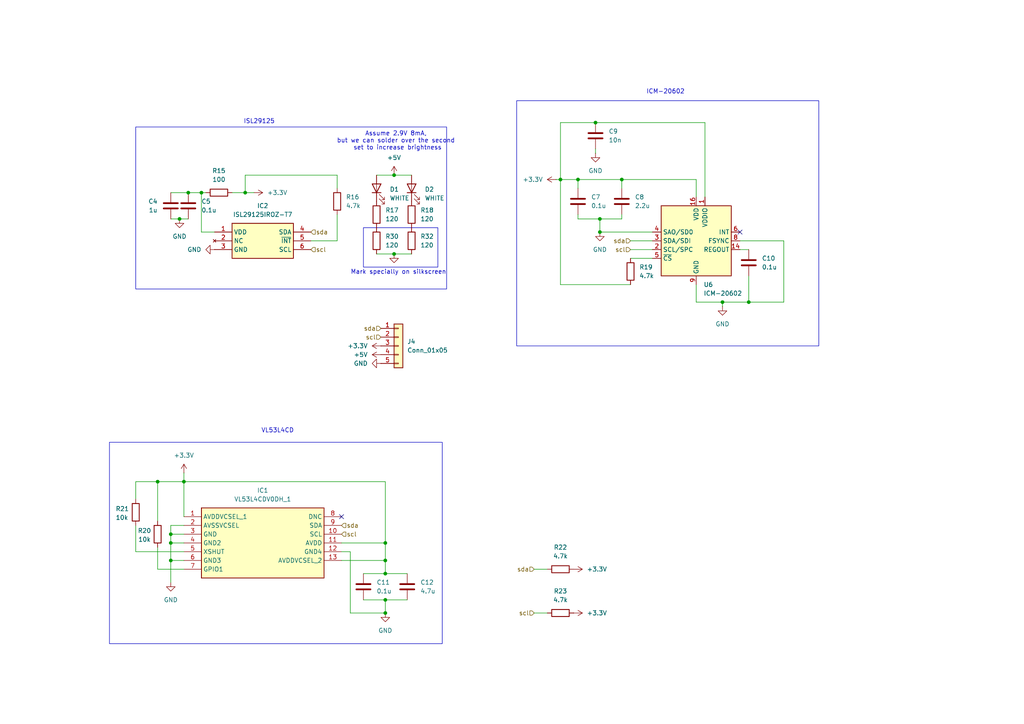
<source format=kicad_sch>
(kicad_sch (version 20250114) (generator "eeschema") (generator_version "9.0")
  (paper "A4")
  (lib_symbols
    (symbol "Connector_Generic:Conn_01x05" (pin_names (offset 1.016) (hide yes))
      (property "Reference" "J" (at 0 7.62 0))
      (property "Value" "Conn_01x05" (at 0 -7.62 0))
      (symbol "Conn_01x05_1_1"
        (rectangle (start -1.27 6.35) (end 1.27 -6.35) (stroke (width 0.254)) (fill (type background)))
        (rectangle (start -1.27 5.207) (end 0 4.953) (stroke (width 0.1524)))
        (rectangle (start -1.27 2.667) (end 0 2.413) (stroke (width 0.1524)))
        (rectangle (start -1.27 0.127) (end 0 -0.127) (stroke (width 0.1524)))
        (rectangle (start -1.27 -2.413) (end 0 -2.667) (stroke (width 0.1524)))
        (rectangle (start -1.27 -4.953) (end 0 -5.207) (stroke (width 0.1524)))
        (pin passive line (at -5.08 5.08 0) (length 3.81) (name "Pin_1") (number "1"))
        (pin passive line (at -5.08 2.54 0) (length 3.81) (name "Pin_2") (number "2"))
        (pin passive line (at -5.08 0 0) (length 3.81) (name "Pin_3") (number "3"))
        (pin passive line (at -5.08 -2.54 0) (length 3.81) (name "Pin_4") (number "4"))
        (pin passive line (at -5.08 -5.08 0) (length 3.81) (name "Pin_5") (number "5"))
      )
    )
    (symbol "Device:C" (pin_numbers (hide yes)) (pin_names (offset 0.254))
      (property "Reference" "C" (at 0.635 2.54 0))
      (property "Value" "C" (at 0.635 -2.54 0))
      (symbol "C_0_1"
        (polyline (pts (xy -2.032 0.762) (xy 2.032 0.762)) (stroke (width 0.508)))
        (polyline (pts (xy -2.032 -0.762) (xy 2.032 -0.762)) (stroke (width 0.508)))
      )
      (symbol "C_1_1"
        (pin passive line (at 0 3.81 270) (length 2.794) (name "~") (number "1"))
        (pin passive line (at 0 -3.81 90) (length 2.794) (name "~") (number "2"))
      )
    )
    (symbol "Device:LED" (pin_numbers (hide yes)) (pin_names (offset 1.016) (hide yes))
      (property "Reference" "D" (at 0 2.54 0))
      (property "Value" "LED" (at 0 -2.54 0))
      (symbol "LED_0_1"
        (polyline (pts (xy -3.048 -0.762) (xy -4.572 -2.286) (xy -3.81 -2.286) (xy -4.572 -2.286) (xy -4.572 -1.524)))
        (polyline (pts (xy -1.778 -0.762) (xy -3.302 -2.286) (xy -2.54 -2.286) (xy -3.302 -2.286) (xy -3.302 -1.524)))
        (polyline (pts (xy -1.27 0) (xy 1.27 0)))
        (polyline (pts (xy -1.27 -1.27) (xy -1.27 1.27)) (stroke (width 0.254)))
        (polyline (pts (xy 1.27 -1.27) (xy 1.27 1.27) (xy -1.27 0) (xy 1.27 -1.27)) (stroke (width 0.254)))
      )
      (symbol "LED_1_1"
        (pin passive line (at -3.81 0 0) (length 2.54) (name "K") (number "1"))
        (pin passive line (at 3.81 0 180) (length 2.54) (name "A") (number "2"))
      )
    )
    (symbol "Device:R" (pin_numbers (hide yes)) (pin_names (offset 0))
      (property "Reference" "R" (at 2.032 0 90))
      (property "Value" "R" (at 0 0 90))
      (symbol "R_0_1"
        (rectangle (start -1.016 -2.54) (end 1.016 2.54) (stroke (width 0.254)))
      )
      (symbol "R_1_1"
        (pin passive line (at 0 3.81 270) (length 1.27) (name "~") (number "1"))
        (pin passive line (at 0 -3.81 90) (length 1.27) (name "~") (number "2"))
      )
    )
    (symbol "ISL29125:ISL29125IROZ-T7"
      (property "Reference" "IC" (at 24.13 7.62 0))
      (property "Value" "ISL29125IROZ-T7" (at 24.13 5.08 0))
      (symbol "ISL29125IROZ-T7_1_1"
        (rectangle (start 5.08 2.54) (end 22.86 -7.62) (stroke (width 0.254)) (fill (type background)))
        (pin passive line (at 0 0 0) (length 5.08) (name "VDD") (number "1"))
        (pin no_connect line (at 0 -2.54 0) (length 5.08) (name "NC") (number "2"))
        (pin passive line (at 0 -5.08 0) (length 5.08) (name "GND") (number "3"))
        (pin passive line (at 27.94 0 180) (length 5.08) (name "SDA") (number "4"))
        (pin passive line (at 27.94 -2.54 180) (length 5.08) (name "~{INT}") (number "5"))
        (pin passive line (at 27.94 -5.08 180) (length 5.08) (name "SCL") (number "6"))
      )
    )
    (symbol "Sensor_Motion:ICM-20602"
      (property "Reference" "U" (at -10.16 11.43 0))
      (property "Value" "ICM-20602" (at 10.16 11.43 0))
      (symbol "ICM-20602_0_1"
        (rectangle (start -10.16 10.16) (end 10.16 -10.16) (stroke (width 0.254)) (fill (type background)))
      )
      (symbol "ICM-20602_1_1"
        (pin bidirectional line (at -12.7 2.54 0) (length 2.54) (name "SAO/SD0") (number "4"))
        (pin bidirectional line (at -12.7 0 0) (length 2.54) (name "SDA/SDI") (number "3"))
        (pin input line (at -12.7 -2.54 0) (length 2.54) (name "SCL/SPC") (number "2"))
        (pin input line (at -12.7 -5.08 0) (length 2.54) (name "~{CS}") (number "5"))
        (pin no_connect line (at -10.16 5.08 0) (length 2.54) (hide yes) (name "RESV") (number "7"))
        (pin power_in line (at 0 12.7 270) (length 2.54) (name "VDD") (number "16"))
        (pin passive line (at 0 -12.7 90) (length 2.54) (hide yes) (name "GND") (number "10"))
        (pin passive line (at 0 -12.7 90) (length 2.54) (hide yes) (name "GND") (number "11"))
        (pin passive line (at 0 -12.7 90) (length 2.54) (hide yes) (name "GND") (number "12"))
        (pin passive line (at 0 -12.7 90) (length 2.54) (hide yes) (name "GND") (number "13"))
        (pin passive line (at 0 -12.7 90) (length 2.54) (hide yes) (name "GND") (number "15"))
        (pin power_in line (at 0 -12.7 90) (length 2.54) (name "GND") (number "9"))
        (pin power_in line (at 2.54 12.7 270) (length 2.54) (name "VDDIO") (number "1"))
        (pin output line (at 12.7 2.54 180) (length 2.54) (name "INT") (number "6"))
        (pin input line (at 12.7 0 180) (length 2.54) (name "FSYNC") (number "8"))
        (pin passive line (at 12.7 -2.54 180) (length 2.54) (name "REGOUT") (number "14"))
      )
    )
    (symbol "VL53L4CDV0DH_1:VL53L4CDV0DH_1"
      (property "Reference" "IC" (at 41.91 7.62 0))
      (property "Value" "VL53L4CDV0DH_1" (at 41.91 5.08 0))
      (symbol "VL53L4CDV0DH_1_1_1"
        (rectangle (start 5.08 2.54) (end 40.64 -17.78) (stroke (width 0.254)) (fill (type background)))
        (pin passive line (at 0 0 0) (length 5.08) (name "AVDDVCSEL_1") (number "1"))
        (pin passive line (at 0 -2.54 0) (length 5.08) (name "AVSSVCSEL") (number "2"))
        (pin passive line (at 0 -5.08 0) (length 5.08) (name "GND") (number "3"))
        (pin passive line (at 0 -7.62 0) (length 5.08) (name "GND2") (number "4"))
        (pin passive line (at 0 -10.16 0) (length 5.08) (name "XSHUT") (number "5"))
        (pin passive line (at 0 -12.7 0) (length 5.08) (name "GND3") (number "6"))
        (pin passive line (at 0 -15.24 0) (length 5.08) (name "GPIO1") (number "7"))
        (pin passive line (at 45.72 0 180) (length 5.08) (name "DNC") (number "8"))
        (pin passive line (at 45.72 -2.54 180) (length 5.08) (name "SDA") (number "9"))
        (pin passive line (at 45.72 -5.08 180) (length 5.08) (name "SCL") (number "10"))
        (pin passive line (at 45.72 -7.62 180) (length 5.08) (name "AVDD") (number "11"))
        (pin passive line (at 45.72 -10.16 180) (length 5.08) (name "GND4") (number "12"))
        (pin passive line (at 45.72 -12.7 180) (length 5.08) (name "AVDDVCSEL_2") (number "13"))
      )
    )
    (symbol "power:+3.3V" (power) (pin_numbers (hide yes)) (pin_names (offset 0) (hide yes))
      (property "Value" "+3.3V" (at 0 3.556 0))
      (symbol "+3.3V_0_1"
        (polyline (pts (xy -0.762 1.27) (xy 0 2.54)))
        (polyline (pts (xy 0 2.54) (xy 0.762 1.27)))
        (polyline (pts (xy 0 0) (xy 0 2.54)))
      )
      (symbol "+3.3V_1_1"
        (pin power_in line (at 0 0 90) (length 0) (name "~") (number "1"))
      )
    )
    (symbol "power:+3V3" (power) (pin_numbers (hide yes)) (pin_names (offset 0) (hide yes))
      (property "Value" "+3V3" (at 0 3.556 0))
      (symbol "+3V3_0_1"
        (polyline (pts (xy -0.762 1.27) (xy 0 2.54)))
        (polyline (pts (xy 0 2.54) (xy 0.762 1.27)))
        (polyline (pts (xy 0 0) (xy 0 2.54)))
      )
      (symbol "+3V3_1_1"
        (pin power_in line (at 0 0 90) (length 0) (name "~") (number "1"))
      )
    )
    (symbol "power:+5V" (power) (pin_numbers (hide yes)) (pin_names (offset 0) (hide yes))
      (property "Value" "+5V" (at 0 3.556 0))
      (symbol "+5V_0_1"
        (polyline (pts (xy -0.762 1.27) (xy 0 2.54)))
        (polyline (pts (xy 0 2.54) (xy 0.762 1.27)))
        (polyline (pts (xy 0 0) (xy 0 2.54)))
      )
      (symbol "+5V_1_1"
        (pin power_in line (at 0 0 90) (length 0) (name "~") (number "1"))
      )
    )
    (symbol "power:GND" (power) (pin_numbers (hide yes)) (pin_names (offset 0) (hide yes))
      (property "Value" "GND" (at 0 -3.81 0))
      (symbol "GND_0_1"
        (polyline (pts (xy 0 0) (xy 0 -1.27) (xy 1.27 -1.27) (xy 0 -2.54) (xy -1.27 -1.27) (xy 0 -1.27)))
      )
      (symbol "GND_1_1"
        (pin power_in line (at 0 0 270) (length 0) (name "~") (number "1"))
      )
    )
  )
  (rectangle (start 31.75 128.27) (end 128.27 186.69))
  (rectangle (start 149.86 29.21) (end 237.49 100.33))
  (rectangle (start 105.41 66.04) (end 127 77.47))
  (rectangle (start 39.37 36.83) (end 129.54 83.82))
  (text "Mark specially on silkscreen" (at 115.57 78.994 0) (effects (font (size 1.27 1.27))))
  (text "ISL29125\n" (at 75.184 35.306 0) (effects (font (size 1.27 1.27))))
  (text "Assume 2.9V 8mA, \nbut we can solder over the second \nset to increase brightness" (at 115.316 40.894 0) (effects (font (size 1.27 1.27))))
  (text "ICM-20602\n" (at 193.04 26.67 0) (effects (font (size 1.27 1.27))))
  (text "VL53L4CD\n" (at 80.518 124.968 0) (effects (font (size 1.27 1.27))))
  (junction (at 162.56 52.07))
  (junction (at 111.76 157.48))
  (junction (at 49.53 162.56))
  (junction (at 49.53 154.94))
  (junction (at 71.12 55.88))
  (junction (at 173.99 67.31))
  (junction (at 54.61 55.88))
  (junction (at 111.76 162.56))
  (junction (at 173.99 63.5))
  (junction (at 58.42 55.88))
  (junction (at 53.34 139.7))
  (junction (at 111.76 173.99))
  (junction (at 114.3 50.8))
  (junction (at 111.76 166.37))
  (junction (at 114.3 73.66))
  (junction (at 49.53 157.48))
  (junction (at 111.76 177.8))
  (junction (at 172.72 35.56))
  (junction (at 180.34 52.07))
  (junction (at 209.55 87.63))
  (junction (at 167.64 52.07))
  (junction (at 217.17 87.63))
  (junction (at 52.07 63.5))
  (junction (at 45.72 139.7))
  (no_connect (at 214.63 67.31))
  (no_connect (at 99.06 149.86))
  (wire (pts (xy 111.76 139.7) (xy 111.76 157.48)))
  (wire (pts (xy 180.34 52.07) (xy 201.93 52.07)))
  (wire (pts (xy 173.99 67.31) (xy 189.23 67.31)))
  (wire (pts (xy 54.61 55.88) (xy 58.42 55.88)))
  (wire (pts (xy 45.72 139.7) (xy 53.34 139.7)))
  (wire (pts (xy 105.41 166.37) (xy 111.76 166.37)))
  (wire (pts (xy 53.34 139.7) (xy 53.34 149.86)))
  (wire (pts (xy 162.56 35.56) (xy 172.72 35.56)))
  (wire (pts (xy 114.3 50.8) (xy 119.38 50.8)))
  (wire (pts (xy 182.88 82.55) (xy 162.56 82.55)))
  (wire (pts (xy 71.12 55.88) (xy 73.66 55.88)))
  (wire (pts (xy 53.34 152.4) (xy 49.53 152.4)))
  (wire (pts (xy 114.3 73.66) (xy 119.38 73.66)))
  (wire (pts (xy 173.99 63.5) (xy 173.99 67.31)))
  (wire (pts (xy 209.55 87.63) (xy 217.17 87.63)))
  (wire (pts (xy 204.47 35.56) (xy 172.72 35.56)))
  (wire (pts (xy 217.17 87.63) (xy 217.17 80.01)))
  (wire (pts (xy 39.37 139.7) (xy 45.72 139.7)))
  (wire (pts (xy 62.23 67.31) (xy 58.42 67.31)))
  (wire (pts (xy 49.53 152.4) (xy 49.53 154.94)))
  (wire (pts (xy 53.34 165.1) (xy 45.72 165.1)))
  (wire (pts (xy 45.72 139.7) (xy 45.72 151.13)))
  (wire (pts (xy 53.34 139.7) (xy 111.76 139.7)))
  (wire (pts (xy 204.47 57.15) (xy 204.47 35.56)))
  (wire (pts (xy 49.53 157.48) (xy 49.53 162.56)))
  (wire (pts (xy 45.72 165.1) (xy 45.72 158.75)))
  (wire (pts (xy 97.79 50.8) (xy 97.79 54.61)))
  (wire (pts (xy 162.56 52.07) (xy 162.56 35.56)))
  (wire (pts (xy 101.6 160.02) (xy 101.6 177.8)))
  (wire (pts (xy 161.29 52.07) (xy 162.56 52.07)))
  (wire (pts (xy 49.53 157.48) (xy 53.34 157.48)))
  (wire (pts (xy 182.88 74.93) (xy 189.23 74.93)))
  (wire (pts (xy 154.94 177.8) (xy 158.75 177.8)))
  (wire (pts (xy 167.64 63.5) (xy 167.64 62.23)))
  (wire (pts (xy 97.79 50.8) (xy 71.12 50.8)))
  (wire (pts (xy 180.34 63.5) (xy 180.34 62.23)))
  (wire (pts (xy 201.93 82.55) (xy 201.93 87.63)))
  (wire (pts (xy 111.76 173.99) (xy 118.11 173.99)))
  (wire (pts (xy 172.72 44.45) (xy 172.72 43.18)))
  (wire (pts (xy 167.64 63.5) (xy 173.99 63.5)))
  (wire (pts (xy 52.07 63.5) (xy 54.61 63.5)))
  (wire (pts (xy 58.42 55.88) (xy 59.69 55.88)))
  (wire (pts (xy 49.53 162.56) (xy 53.34 162.56)))
  (wire (pts (xy 111.76 177.8) (xy 111.76 173.99)))
  (wire (pts (xy 227.33 69.85) (xy 227.33 87.63)))
  (wire (pts (xy 162.56 52.07) (xy 167.64 52.07)))
  (wire (pts (xy 162.56 82.55) (xy 162.56 52.07)))
  (wire (pts (xy 111.76 166.37) (xy 111.76 162.56)))
  (wire (pts (xy 101.6 177.8) (xy 111.76 177.8)))
  (wire (pts (xy 173.99 63.5) (xy 180.34 63.5)))
  (wire (pts (xy 109.22 50.8) (xy 114.3 50.8)))
  (wire (pts (xy 201.93 52.07) (xy 201.93 57.15)))
  (wire (pts (xy 90.17 69.85) (xy 97.79 69.85)))
  (wire (pts (xy 214.63 69.85) (xy 227.33 69.85)))
  (wire (pts (xy 201.93 87.63) (xy 209.55 87.63)))
  (wire (pts (xy 105.41 173.99) (xy 111.76 173.99)))
  (wire (pts (xy 71.12 50.8) (xy 71.12 55.88)))
  (wire (pts (xy 97.79 62.23) (xy 97.79 69.85)))
  (wire (pts (xy 167.64 52.07) (xy 180.34 52.07)))
  (wire (pts (xy 209.55 87.63) (xy 209.55 88.9)))
  (wire (pts (xy 53.34 137.16) (xy 53.34 139.7)))
  (wire (pts (xy 99.06 157.48) (xy 111.76 157.48)))
  (wire (pts (xy 99.06 160.02) (xy 101.6 160.02)))
  (wire (pts (xy 111.76 157.48) (xy 111.76 162.56)))
  (wire (pts (xy 39.37 144.78) (xy 39.37 139.7)))
  (wire (pts (xy 99.06 162.56) (xy 111.76 162.56)))
  (wire (pts (xy 49.53 154.94) (xy 53.34 154.94)))
  (wire (pts (xy 49.53 154.94) (xy 49.53 157.48)))
  (wire (pts (xy 49.53 162.56) (xy 49.53 168.91)))
  (wire (pts (xy 67.31 55.88) (xy 71.12 55.88)))
  (wire (pts (xy 227.33 87.63) (xy 217.17 87.63)))
  (wire (pts (xy 180.34 54.61) (xy 180.34 52.07)))
  (wire (pts (xy 109.22 73.66) (xy 114.3 73.66)))
  (wire (pts (xy 58.42 55.88) (xy 58.42 67.31)))
  (wire (pts (xy 49.53 55.88) (xy 54.61 55.88)))
  (wire (pts (xy 39.37 152.4) (xy 39.37 160.02)))
  (wire (pts (xy 111.76 166.37) (xy 118.11 166.37)))
  (wire (pts (xy 39.37 160.02) (xy 53.34 160.02)))
  (wire (pts (xy 182.88 69.85) (xy 189.23 69.85)))
  (wire (pts (xy 154.94 165.1) (xy 158.75 165.1)))
  (wire (pts (xy 167.64 54.61) (xy 167.64 52.07)))
  (wire (pts (xy 214.63 72.39) (xy 217.17 72.39)))
  (wire (pts (xy 49.53 63.5) (xy 52.07 63.5)))
  (wire (pts (xy 182.88 72.39) (xy 189.23 72.39)))
  (hierarchical_label "sda" (shape input) (at 182.88 69.85 180))
  (hierarchical_label "sda" (shape input) (at 90.17 67.31 0))
  (hierarchical_label "scl" (shape input) (at 90.17 72.39 0))
  (hierarchical_label "sda" (shape input) (at 99.06 152.4 0))
  (hierarchical_label "scl" (shape input) (at 99.06 154.94 0))
  (hierarchical_label "scl" (shape input) (at 110.49 97.79 180))
  (hierarchical_label "sda" (shape input) (at 110.49 95.25 180))
  (hierarchical_label "scl" (shape input) (at 154.94 177.8 180))
  (hierarchical_label "sda" (shape input) (at 154.94 165.1 180))
  (hierarchical_label "scl" (shape input) (at 182.88 72.39 180))
  (symbol (lib_id "Device:R") (at 119.38 69.85 0) (unit 1)
    (property "Reference" "R32" (at 121.92 68.5799 0) (effects (justify left)))
    (property "Value" "120" (at 121.92 71.1199 0) (effects (justify left)))
    (property "Footprint" "Resistor_SMD:R_0402_1005Metric" (effects (hide yes)))
    (property "Description" "Resistor" (effects (hide yes)))
    (property "Manufacturer_Name" "UNI-ROYAL(Uniroyal Elec)" (effects (hide yes)))
    (property "Manufacturer_Part_Number" "0402WGF1200TCE" (effects (hide yes)))
    (property "Supplier Name" "JLCPCB" (effects (hide yes)))
    (property "JLCPCB Part" "0402WGF1200TCE" (effects (hide yes)))
  )
  (symbol (lib_id "power:+5V") (at 114.3 50.8 0) (unit 1)
    (property "Reference" "#PWR018" (effects (hide yes)))
    (property "Value" "+5V" (at 114.3 45.72 0))
    (property "Description" "Power symbol creates a global label with name \"+5V\"" (effects (hide yes)))
  )
  (symbol (lib_id "power:GND") (at 172.72 44.45 0) (unit 1)
    (property "Reference" "#PWR026" (effects (hide yes)))
    (property "Value" "GND" (at 172.72 49.53 0))
    (property "Description" "Power symbol creates a global label with name \"GND\" , ground" (effects (hide yes)))
  )
  (symbol (lib_id "Device:C") (at 49.53 59.69 0) (mirror y) (unit 1)
    (property "Reference" "C4" (at 45.72 58.4199 0) (effects (justify left)))
    (property "Value" "1u" (at 45.72 60.9599 0) (effects (justify left)))
    (property "Footprint" "Capacitor_SMD:C_0603_1608Metric_Pad1.08x0.95mm_HandSolder" (effects (hide yes)))
    (property "Description" "Unpolarized capacitor" (effects (hide yes)))
    (property "Supplier Name" "JLCPCB" (effects (hide yes)))
    (property "Supplier Part Number" "C15849" (effects (hide yes)))
    (property "JLCPCB Part" "C15849" (effects (hide yes)))
  )
  (symbol (lib_id "power:+3V3") (at 53.34 137.16 0) (unit 1)
    (property "Reference" "#PWR029" (effects (hide yes)))
    (property "Value" "+3.3V" (at 53.34 132.08 0))
    (property "Description" "Power symbol creates a global label with name \"+3V3\"" (effects (hide yes)))
  )
  (symbol (lib_id "Device:R") (at 162.56 177.8 270) (unit 1)
    (property "Reference" "R23" (at 162.56 171.45 90))
    (property "Value" "4.7k" (at 162.56 173.99 90))
    (property "Footprint" "Resistor_SMD:R_0402_1005Metric_Pad0.72x0.64mm_HandSolder" (effects (hide yes)))
    (property "Description" "Resistor" (effects (hide yes)))
    (property "Supplier Name" "JLCPCB" (effects (hide yes)))
    (property "Manufacturer_Name" "UNI-ROYAL(Uniroyal Elec)" (effects (hide yes)))
    (property "Manufacturer_Part_Number" "0402WGF4701TCE" (effects (hide yes)))
    (property "JLCPCB Part" "0402WGF4701TCE" (effects (hide yes)))
  )
  (symbol (lib_id "power:GND") (at 173.99 67.31 0) (unit 1)
    (property "Reference" "#PWR025" (effects (hide yes)))
    (property "Value" "GND" (at 173.99 72.39 0))
    (property "Description" "Power symbol creates a global label with name \"GND\" , ground" (effects (hide yes)))
  )
  (symbol (lib_id "power:GND") (at 49.53 168.91 0) (unit 1)
    (property "Reference" "#PWR047" (effects (hide yes)))
    (property "Value" "GND" (at 49.53 173.99 0))
    (property "Description" "Power symbol creates a global label with name \"GND\" , ground" (effects (hide yes)))
  )
  (symbol (lib_id "Device:R") (at 97.79 58.42 0) (unit 1)
    (property "Reference" "R16" (at 100.33 57.1499 0) (effects (justify left)))
    (property "Value" "4.7k" (at 100.33 59.6899 0) (effects (justify left)))
    (property "Footprint" "Resistor_SMD:R_0402_1005Metric_Pad0.72x0.64mm_HandSolder" (effects (hide yes)))
    (property "Description" "Resistor" (effects (hide yes)))
    (property "Supplier Name" "JLCPCB" (effects (hide yes)))
    (property "Manufacturer_Name" "UNI-ROYAL(Uniroyal Elec)" (effects (hide yes)))
    (property "Manufacturer_Part_Number" "0402WGF4701TCE" (effects (hide yes)))
    (property "JLCPCB Part" "0402WGF4701TCE" (effects (hide yes)))
  )
  (symbol (lib_id "Device:R") (at 162.56 165.1 270) (unit 1)
    (property "Reference" "R22" (at 162.56 158.75 90))
    (property "Value" "4.7k" (at 162.56 161.29 90))
    (property "Footprint" "Resistor_SMD:R_0402_1005Metric_Pad0.72x0.64mm_HandSolder" (effects (hide yes)))
    (property "Description" "Resistor" (effects (hide yes)))
    (property "Supplier Name" "JLCPCB" (effects (hide yes)))
    (property "Manufacturer_Name" "UNI-ROYAL(Uniroyal Elec)" (effects (hide yes)))
    (property "Manufacturer_Part_Number" "0402WGF4701TCE" (effects (hide yes)))
    (property "JLCPCB Part" "0402WGF4701TCE" (effects (hide yes)))
  )
  (symbol (lib_id "Device:C") (at 54.61 59.69 0) (unit 1)
    (property "Reference" "C5" (at 58.42 58.4199 0) (effects (justify left)))
    (property "Value" "0.1u" (at 58.42 60.9599 0) (effects (justify left)))
    (property "Footprint" "Capacitor_SMD:C_0402_1005Metric_Pad0.74x0.62mm_HandSolder" (effects (hide yes)))
    (property "Description" "Unpolarized capacitor" (effects (hide yes)))
    (property "Supplier Name" "JLCPCB" (effects (hide yes)))
    (property "Supplier Part Number" "C307331" (effects (hide yes)))
    (property "JLCPCB Part" "C307331" (effects (hide yes)))
  )
  (symbol (lib_id "power:+3.3V") (at 166.37 177.8 270) (unit 1)
    (property "Reference" "#PWR031" (effects (hide yes)))
    (property "Value" "+3.3V" (at 170.18 177.7999 90) (effects (justify left)))
    (property "Description" "Power symbol creates a global label with name \"+3.3V\"" (effects (hide yes)))
  )
  (symbol (lib_id "Device:R") (at 45.72 154.94 180) (unit 1)
    (property "Reference" "R20" (at 41.91 153.924 0))
    (property "Value" "10k" (at 41.91 156.464 0))
    (property "Footprint" "Resistor_SMD:R_0402_1005Metric_Pad0.72x0.64mm_HandSolder" (effects (hide yes)))
    (property "Description" "Resistor" (effects (hide yes)))
    (property "Supplier Name" "JLCPCB" (effects (hide yes)))
    (property "Manufacturer_Name" "UNI-ROYAL(Uniroyal Elec)" (effects (hide yes)))
    (property "Manufacturer_Part_Number" "0402WGF1002TCE" (effects (hide yes)))
    (property "JLCPCB Part" "0402WGF1002TCE" (effects (hide yes)))
  )
  (symbol (lib_id "power:+3V3") (at 110.49 100.33 90) (unit 1)
    (property "Reference" "#PWR022" (effects (hide yes)))
    (property "Value" "+3.3V" (at 106.68 100.3299 90) (effects (justify left)))
    (property "Description" "Power symbol creates a global label with name \"+3V3\"" (effects (hide yes)))
  )
  (symbol (lib_id "Device:C") (at 172.72 39.37 0) (unit 1)
    (property "Reference" "C9" (at 176.53 38.0999 0) (effects (justify left)))
    (property "Value" "10n" (at 176.53 40.6399 0) (effects (justify left)))
    (property "Footprint" "Capacitor_SMD:C_0402_1005Metric_Pad0.74x0.62mm_HandSolder" (effects (hide yes)))
    (property "Description" "Unpolarized capacitor" (effects (hide yes)))
    (property "Supplier Name" "JLCPCB" (effects (hide yes)))
    (property "Supplier Part Number" "C15195" (effects (hide yes)))
    (property "JLCPCB Part" "C15195" (effects (hide yes)))
  )
  (symbol (lib_id "Device:LED") (at 119.38 54.61 90) (unit 1)
    (property "Reference" "D2" (at 123.19 54.9274 90) (effects (justify right)))
    (property "Value" "WHITE" (at 123.19 57.4674 90) (effects (justify right)))
    (property "Footprint" "LED_SMD:LED_0805_2012Metric_Pad1.15x1.40mm_HandSolder" (effects (hide yes)))
    (property "Description" "Light emitting diode" (effects (hide yes)))
    (property "Sim.Pins" "1=K 2=A" (effects (hide yes)))
    (property "Supplier Name" "JLCPCB" (effects (hide yes)))
    (property "Supplier Part Number" "C34499" (effects (hide yes)))
    (property "Variant" "COLOR" (effects (hide yes)))
    (property "JLCPCB Part" "C34499" (effects (hide yes)))
  )
  (symbol (lib_id "power:+3.3V") (at 161.29 52.07 90) (unit 1)
    (property "Reference" "#PWR024" (effects (hide yes)))
    (property "Value" "+3.3V" (at 157.48 52.0699 90) (effects (justify left)))
    (property "Description" "Power symbol creates a global label with name \"+3.3V\"" (effects (hide yes)))
  )
  (symbol (lib_id "power:GND") (at 209.55 88.9 0) (unit 1)
    (property "Reference" "#PWR027" (effects (hide yes)))
    (property "Value" "GND" (at 209.55 93.98 0))
    (property "Description" "Power symbol creates a global label with name \"GND\" , ground" (effects (hide yes)))
  )
  (symbol (lib_id "power:GND") (at 52.07 63.5 0) (unit 1)
    (property "Reference" "#PWR017" (effects (hide yes)))
    (property "Value" "GND" (at 52.07 68.58 0))
    (property "Description" "Power symbol creates a global label with name \"GND\" , ground" (effects (hide yes)))
  )
  (symbol (lib_id "power:GND") (at 114.3 73.66 0) (unit 1)
    (property "Reference" "#PWR019" (effects (hide yes)))
    (property "Value" "GND" (effects (hide yes)))
    (property "Description" "Power symbol creates a global label with name \"GND\" , ground" (effects (hide yes)))
  )
  (symbol (lib_id "Device:R") (at 109.22 69.85 0) (unit 1)
    (property "Reference" "R30" (at 111.76 68.5799 0) (effects (justify left)))
    (property "Value" "120" (at 111.76 71.1199 0) (effects (justify left)))
    (property "Footprint" "Resistor_SMD:R_0402_1005Metric" (effects (hide yes)))
    (property "Description" "Resistor" (effects (hide yes)))
    (property "Manufacturer_Name" "UNI-ROYAL(Uniroyal Elec)" (effects (hide yes)))
    (property "Manufacturer_Part_Number" "0402WGF1200TCE" (effects (hide yes)))
    (property "Supplier Name" "JLCPCB" (effects (hide yes)))
    (property "JLCPCB Part" "0402WGF1200TCE" (effects (hide yes)))
  )
  (symbol (lib_id "ISL29125:ISL29125IROZ-T7") (at 62.23 67.31 0) (unit 1)
    (property "Reference" "IC2" (at 76.2 59.69 0))
    (property "Value" "ISL29125IROZ-T7" (at 76.2 62.23 0))
    (property "Footprint" "ISL29125:ISL29125IROZT7" (effects (hide yes)))
    (property "Datasheet" "https://www.renesas.com/en-us/www/doc/datasheet/isl29125.pdf" (effects (hide yes)))
    (property "Description" "The ISL29125 is a low power, high sensitivity, RED, GREEN and BLUE color light sensor (RGB) with an I2C (SMBus compatible) interface. Its state-of-the-art photodiode array provides an accurate RGB spectral response and excellent light source to light source variation (LS2LS). The ISL29125 is designed to reject IR in light sources allowing the device to operate in environments from sunlight to dark rooms. The integrating ADC rejects 50Hz and 60Hz flicker caused by artificial light sources. A selectable range" (effects (hide yes)))
    (property "Height" "0.75" (effects (hide yes)))
    (property "Manufacturer_Name" "Renesas Electronics" (effects (hide yes)))
    (property "Manufacturer_Part_Number" "ISL29125IROZ-T7" (effects (hide yes)))
    (property "Mouser Part Number" "968-ISL29125IROZ-T7" (effects (hide yes)))
    (property "Mouser Price/Stock" "https://www.mouser.co.uk/ProductDetail/Renesas-Intersil/ISL29125IROZ-T7/?qs=8EBwJ8mibj2u1svZyuG5jQ%3D%3D" (effects (hide yes)))
    (property "Arrow Part Number" "ISL29125IROZ-T7" (effects (hide yes)))
    (property "Arrow Price/Stock" "https://www.arrow.com/en/products/isl29125iroz-t7/intersil" (effects (hide yes)))
    (property "Supplier Name" "JLCPCB" (effects (hide yes)))
    (property "Supplier Part Number" "C2654928" (effects (hide yes)))
    (property "Variant" "COLOR" (effects (hide yes)))
    (property "JLCPCB Part" "C2654928" (effects (hide yes)))
  )
  (symbol (lib_id "Device:C") (at 118.11 170.18 0) (unit 1)
    (property "Reference" "C12" (at 121.92 168.9099 0) (effects (justify left)))
    (property "Value" "4.7u" (at 121.92 171.4499 0) (effects (justify left)))
    (property "Footprint" "Capacitor_SMD:C_0603_1608Metric_Pad1.08x0.95mm_HandSolder" (effects (hide yes)))
    (property "Description" "Unpolarized capacitor" (effects (hide yes)))
    (property "Supplier Name" "JLCPCB" (effects (hide yes)))
    (property "Supplier Part Number" "C19666" (effects (hide yes)))
    (property "JLCPCB Part" "C19666" (effects (hide yes)))
  )
  (symbol (lib_id "Connector_Generic:Conn_01x05") (at 115.57 100.33 0) (unit 1)
    (property "Reference" "J4" (at 118.11 99.0599 0) (effects (justify left)))
    (property "Value" "Conn_01x05" (at 118.11 101.5999 0) (effects (justify left)))
    (property "Footprint" "Connector_PinHeader_2.54mm:PinHeader_1x05_P2.54mm_Vertical" (effects (hide yes)))
    (property "Description" "Generic connector, single row, 01x05, script generated (kicad-library-utils/schlib/autogen/connector/)" (effects (hide yes)))
  )
  (symbol (lib_id "Device:R") (at 182.88 78.74 180) (unit 1)
    (property "Reference" "R19" (at 185.42 77.4699 0) (effects (justify right)))
    (property "Value" "4.7k" (at 185.42 80.0099 0) (effects (justify right)))
    (property "Footprint" "Resistor_SMD:R_0402_1005Metric_Pad0.72x0.64mm_HandSolder" (effects (hide yes)))
    (property "Description" "Resistor" (effects (hide yes)))
    (property "Supplier Name" "JLCPCB" (effects (hide yes)))
    (property "Manufacturer_Name" "UNI-ROYAL(Uniroyal Elec)" (effects (hide yes)))
    (property "Manufacturer_Part_Number" "0402WGF4701TCE" (effects (hide yes)))
    (property "JLCPCB Part" "0402WGF4701TCE" (effects (hide yes)))
  )
  (symbol (lib_id "Device:R") (at 119.38 62.23 0) (unit 1)
    (property "Reference" "R18" (at 121.92 60.9599 0) (effects (justify left)))
    (property "Value" "120" (at 121.92 63.4999 0) (effects (justify left)))
    (property "Footprint" "Resistor_SMD:R_0402_1005Metric" (effects (hide yes)))
    (property "Description" "Resistor" (effects (hide yes)))
    (property "Manufacturer_Name" "UNI-ROYAL(Uniroyal Elec)" (effects (hide yes)))
    (property "Manufacturer_Part_Number" "0402WGF1200TCE" (effects (hide yes)))
    (property "Supplier Name" "JLCPCB" (effects (hide yes)))
    (property "JLCPCB Part" "0402WGF1200TCE" (effects (hide yes)))
  )
  (symbol (lib_id "power:+3V3") (at 73.66 55.88 270) (unit 1)
    (property "Reference" "#PWR050" (effects (hide yes)))
    (property "Value" "+3.3V" (at 77.47 55.8799 90) (effects (justify left)))
    (property "Description" "Power symbol creates a global label with name \"+3V3\"" (effects (hide yes)))
  )
  (symbol (lib_id "Device:LED") (at 109.22 54.61 90) (unit 1)
    (property "Reference" "D1" (at 113.03 54.9274 90) (effects (justify right)))
    (property "Value" "WHITE" (at 113.03 57.4674 90) (effects (justify right)))
    (property "Footprint" "LED_SMD:LED_0805_2012Metric_Pad1.15x1.40mm_HandSolder" (effects (hide yes)))
    (property "Description" "Light emitting diode" (effects (hide yes)))
    (property "Sim.Pins" "1=K 2=A" (effects (hide yes)))
    (property "Supplier Name" "JLCPCB" (effects (hide yes)))
    (property "Supplier Part Number" "C34499" (effects (hide yes)))
    (property "Variant" "COLOR" (effects (hide yes)))
    (property "JLCPCB Part" "C34499" (effects (hide yes)))
  )
  (symbol (lib_id "Device:C") (at 217.17 76.2 0) (unit 1)
    (property "Reference" "C10" (at 220.98 74.9299 0) (effects (justify left)))
    (property "Value" "0.1u" (at 220.98 77.4699 0) (effects (justify left)))
    (property "Footprint" "Capacitor_SMD:C_0402_1005Metric_Pad0.74x0.62mm_HandSolder" (effects (hide yes)))
    (property "Description" "Unpolarized capacitor" (effects (hide yes)))
    (property "Supplier Name" "JLCPCB" (effects (hide yes)))
    (property "Supplier Part Number" "C307331" (effects (hide yes)))
    (property "JLCPCB Part" "C307331" (effects (hide yes)))
  )
  (symbol (lib_id "Sensor_Motion:ICM-20602") (at 201.93 69.85 0) (unit 1)
    (property "Reference" "U6" (at 204.0733 82.55 0) (effects (justify left)))
    (property "Value" "ICM-20602" (at 204.0733 85.09 0) (effects (justify left)))
    (property "Footprint" "Package_LGA:LGA-16_3x3mm_P0.5mm_LayoutBorder3x5y" (effects (hide yes)))
    (property "Datasheet" "http://www.invensense.com/wp-content/uploads/2016/10/DS-000176-ICM-20602-v1.0.pdf" (effects (hide yes)))
    (property "Description" "High performance 6-Axis MEMS motion tracking, SPI/I2C interface, LGA-16" (effects (hide yes)))
    (property "Manufacturer_Part_Number" "ICM-20602" (effects (hide yes)))
    (property "Supplier Name" "JLCPCB" (effects (hide yes)))
    (property "Supplier Part Number" "C97633" (effects (hide yes)))
    (property "Variant" "IMU" (effects (hide yes)))
    (property "JLCPCB Part" "C97633" (effects (hide yes)))
  )
  (symbol (lib_id "Device:C") (at 167.64 58.42 0) (unit 1)
    (property "Reference" "C7" (at 171.45 57.1499 0) (effects (justify left)))
    (property "Value" "0.1u" (at 171.45 59.6899 0) (effects (justify left)))
    (property "Footprint" "Capacitor_SMD:C_0402_1005Metric_Pad0.74x0.62mm_HandSolder" (effects (hide yes)))
    (property "Description" "Unpolarized capacitor" (effects (hide yes)))
    (property "Supplier Name" "JLCPCB" (effects (hide yes)))
    (property "Supplier Part Number" "C307331" (effects (hide yes)))
    (property "JLCPCB Part" "C307331" (effects (hide yes)))
  )
  (symbol (lib_id "Device:R") (at 39.37 148.59 0) (unit 1)
    (property "Reference" "R21" (at 33.528 147.574 0) (effects (justify left)))
    (property "Value" "10k" (at 33.528 150.114 0) (effects (justify left)))
    (property "Footprint" "Resistor_SMD:R_0402_1005Metric_Pad0.72x0.64mm_HandSolder" (effects (hide yes)))
    (property "Description" "Resistor" (effects (hide yes)))
    (property "Supplier Name" "JLCPCB" (effects (hide yes)))
    (property "Manufacturer_Name" "UNI-ROYAL(Uniroyal Elec)" (effects (hide yes)))
    (property "Manufacturer_Part_Number" "0402WGF1002TCE" (effects (hide yes)))
    (property "JLCPCB Part" "0402WGF1002TCE" (effects (hide yes)))
  )
  (symbol (lib_id "power:GND") (at 62.23 72.39 270) (unit 1)
    (property "Reference" "#PWR016" (effects (hide yes)))
    (property "Value" "GND" (at 58.42 72.3899 90) (effects (justify right)))
    (property "Description" "Power symbol creates a global label with name \"GND\" , ground" (effects (hide yes)))
  )
  (symbol (lib_id "power:+3.3V") (at 166.37 165.1 270) (unit 1)
    (property "Reference" "#PWR030" (effects (hide yes)))
    (property "Value" "+3.3V" (at 170.18 165.0999 90) (effects (justify left)))
    (property "Description" "Power symbol creates a global label with name \"+3.3V\"" (effects (hide yes)))
  )
  (symbol (lib_id "Device:C") (at 105.41 170.18 0) (unit 1)
    (property "Reference" "C11" (at 109.22 168.9099 0) (effects (justify left)))
    (property "Value" "0.1u" (at 109.22 171.4499 0) (effects (justify left)))
    (property "Footprint" "Capacitor_SMD:C_0402_1005Metric_Pad0.74x0.62mm_HandSolder" (effects (hide yes)))
    (property "Description" "Unpolarized capacitor" (effects (hide yes)))
    (property "Supplier Name" "JLCPCB" (effects (hide yes)))
    (property "Supplier Part Number" "C307331" (effects (hide yes)))
    (property "JLCPCB Part" "C307331" (effects (hide yes)))
  )
  (symbol (lib_id "Device:C") (at 180.34 58.42 0) (unit 1)
    (property "Reference" "C8" (at 184.15 57.1499 0) (effects (justify left)))
    (property "Value" "2.2u" (at 184.15 59.6899 0) (effects (justify left)))
    (property "Footprint" "Capacitor_SMD:C_0603_1608Metric_Pad1.08x0.95mm_HandSolder" (effects (hide yes)))
    (property "Description" "Unpolarized capacitor" (effects (hide yes)))
    (property "Supplier Name" "JLCPCB" (effects (hide yes)))
    (property "Supplier Part Number" "C23630" (effects (hide yes)))
    (property "JLCPCB Part" "C23630" (effects (hide yes)))
  )
  (symbol (lib_id "Device:R") (at 63.5 55.88 90) (unit 1)
    (property "Reference" "R15" (at 63.5 49.53 90))
    (property "Value" "100" (at 63.5 52.07 90))
    (property "Footprint" "Resistor_SMD:R_0402_1005Metric_Pad0.72x0.64mm_HandSolder" (effects (hide yes)))
    (property "Description" "Resistor" (effects (hide yes)))
    (property "Supplier Name" "JLCPCB" (effects (hide yes)))
    (property "Manufacturer_Name" "UNI-ROYAL(Uniroyal Elec)" (effects (hide yes)))
    (property "Manufacturer_Part_Number" "0402WGF1000TCE" (effects (hide yes)))
    (property "JLCPCB Part" "0402WGF1000TCE" (effects (hide yes)))
  )
  (symbol (lib_id "power:GND") (at 111.76 177.8 0) (unit 1)
    (property "Reference" "#PWR028" (effects (hide yes)))
    (property "Value" "GND" (at 111.76 182.88 0))
    (property "Description" "Power symbol creates a global label with name \"GND\" , ground" (effects (hide yes)))
  )
  (symbol (lib_id "power:GND") (at 110.49 105.41 270) (unit 1)
    (property "Reference" "#PWR020" (effects (hide yes)))
    (property "Value" "GND" (at 106.68 105.4099 90) (effects (justify right)))
    (property "Description" "Power symbol creates a global label with name \"GND\" , ground" (effects (hide yes)))
  )
  (symbol (lib_id "Device:R") (at 109.22 62.23 0) (unit 1)
    (property "Reference" "R17" (at 111.76 60.9599 0) (effects (justify left)))
    (property "Value" "120" (at 111.76 63.4999 0) (effects (justify left)))
    (property "Footprint" "Resistor_SMD:R_0402_1005Metric" (effects (hide yes)))
    (property "Description" "Resistor" (effects (hide yes)))
    (property "Manufacturer_Name" "UNI-ROYAL(Uniroyal Elec)" (effects (hide yes)))
    (property "Manufacturer_Part_Number" "0402WGF1200TCE" (effects (hide yes)))
    (property "Supplier Name" "JLCPCB" (effects (hide yes)))
    (property "JLCPCB Part" "0402WGF1200TCE" (effects (hide yes)))
  )
  (symbol (lib_id "VL53L4CDV0DH_1:VL53L4CDV0DH_1") (at 53.34 149.86 0) (unit 1)
    (property "Reference" "IC1" (at 76.2 142.24 0))
    (property "Value" "VL53L4CDV0DH_1" (at 76.2 144.78 0))
    (property "Footprint" "VL53L4CD:VL53L4CDV0DH1" (effects (hide yes)))
    (property "Datasheet" "https://www.st.com/resource/en/datasheet/vl53l4cd.pdf" (effects (hide yes)))
    (property "Description" "Time-of-Flight high accuracy proximity sensor" (effects (hide yes)))
    (property "Height" "1.05" (effects (hide yes)))
    (property "Manufacturer_Name" "STMicroelectronics" (effects (hide yes)))
    (property "Manufacturer_Part_Number" "VL53L4CDV0DH/1" (effects (hide yes)))
    (property "Mouser Part Number" "511-VL53L4CDV0DH/1" (effects (hide yes)))
    (property "Mouser Price/Stock" "https://www.mouser.co.uk/ProductDetail/STMicroelectronics/VL53L4CDV0DH-1?qs=QNEnbhJQKvbi4wYY5Ymy8w%3D%3D" (effects (hide yes)))
    (property "Arrow Part Number" "VL53L4CDV0DH/1" (effects (hide yes)))
    (property "Arrow Price/Stock" "https://www.arrow.com/en/products/vl53l4cdv0dh1/stmicroelectronics?utm_currency=USD&region=nac" (effects (hide yes)))
    (property "Supplier Name" "JLCPCB" (effects (hide yes)))
    (property "Supplier Part Number" " C3178291" (effects (hide yes)))
    (property "Variant" "DISTANCE" (effects (hide yes)))
    (property "JLCPCB Part" " C3178291" (effects (hide yes)))
  )
  (symbol (lib_id "power:+5V") (at 110.49 102.87 90) (unit 1)
    (property "Reference" "#PWR021" (effects (hide yes)))
    (property "Value" "+5V" (at 106.68 102.8699 90) (effects (justify left)))
    (property "Description" "Power symbol creates a global label with name \"+5V\"" (effects (hide yes)))
  )
)
</source>
